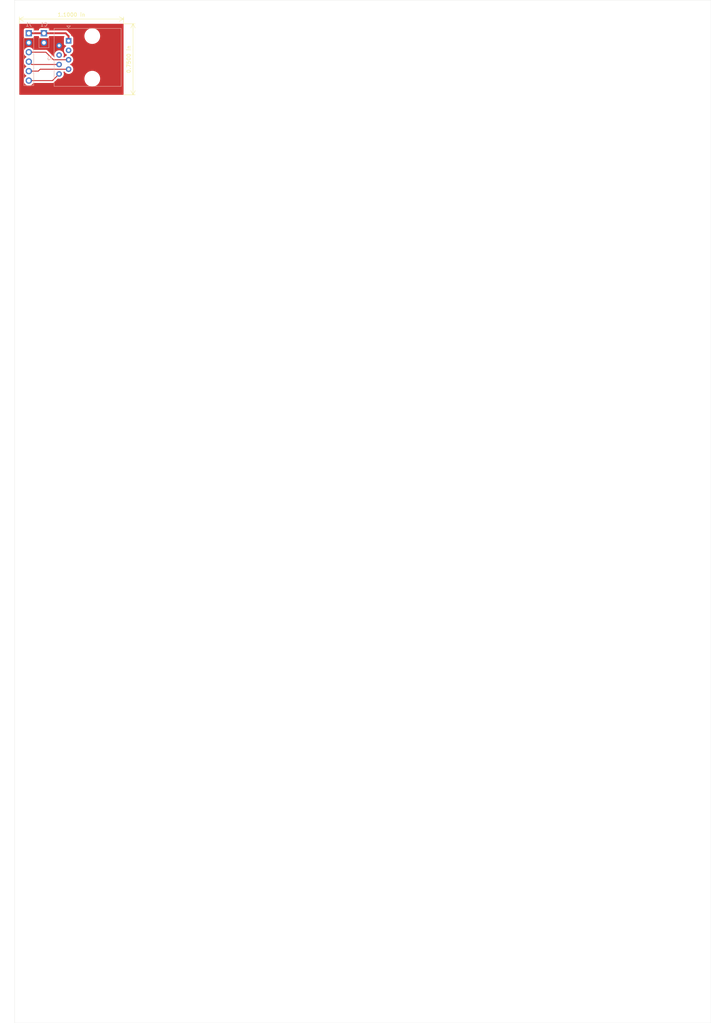
<source format=kicad_pcb>
(kicad_pcb (version 20171130) (host pcbnew 5.1.5+dfsg1-2build2)

  (general
    (thickness 1.6)
    (drawings 6)
    (tracks 18)
    (zones 0)
    (modules 3)
    (nets 9)
  )

  (page A4 portrait)
  (layers
    (0 F.Cu signal)
    (31 B.Cu signal)
    (32 B.Adhes user)
    (33 F.Adhes user)
    (34 B.Paste user)
    (35 F.Paste user)
    (36 B.SilkS user)
    (37 F.SilkS user)
    (38 B.Mask user)
    (39 F.Mask user)
    (40 Dwgs.User user)
    (41 Cmts.User user)
    (42 Eco1.User user)
    (43 Eco2.User user)
    (44 Edge.Cuts user)
    (45 Margin user)
    (46 B.CrtYd user)
    (47 F.CrtYd user)
    (48 B.Fab user)
    (49 F.Fab user)
  )

  (setup
    (last_trace_width 0.25)
    (user_trace_width 0.5)
    (user_trace_width 1)
    (trace_clearance 0.2)
    (zone_clearance 0.508)
    (zone_45_only no)
    (trace_min 0.2)
    (via_size 0.8)
    (via_drill 0.4)
    (via_min_size 0.4)
    (via_min_drill 0.3)
    (uvia_size 0.3)
    (uvia_drill 0.1)
    (uvias_allowed no)
    (uvia_min_size 0.2)
    (uvia_min_drill 0.1)
    (edge_width 0.05)
    (segment_width 0.2)
    (pcb_text_width 0.3)
    (pcb_text_size 1.5 1.5)
    (mod_edge_width 0.12)
    (mod_text_size 1 1)
    (mod_text_width 0.15)
    (pad_size 1.524 1.524)
    (pad_drill 0.762)
    (pad_to_mask_clearance 0.051)
    (solder_mask_min_width 0.25)
    (aux_axis_origin 0 0)
    (visible_elements FFFFFF7F)
    (pcbplotparams
      (layerselection 0x010fc_ffffffff)
      (usegerberextensions false)
      (usegerberattributes false)
      (usegerberadvancedattributes false)
      (creategerberjobfile false)
      (excludeedgelayer true)
      (linewidth 0.100000)
      (plotframeref false)
      (viasonmask false)
      (mode 1)
      (useauxorigin false)
      (hpglpennumber 1)
      (hpglpenspeed 20)
      (hpglpendiameter 15.000000)
      (psnegative false)
      (psa4output false)
      (plotreference true)
      (plotvalue true)
      (plotinvisibletext false)
      (padsonsilk false)
      (subtractmaskfromsilk false)
      (outputformat 1)
      (mirror false)
      (drillshape 1)
      (scaleselection 1)
      (outputdirectory ""))
  )

  (net 0 "")
  (net 1 "Net-(J1-Pad6)")
  (net 2 "Net-(J1-Pad5)")
  (net 3 "Net-(J1-Pad4)")
  (net 4 "Net-(J1-Pad3)")
  (net 5 "Net-(C1-Pad2)")
  (net 6 "Net-(C1-Pad1)")
  (net 7 "Net-(J2-Pad4)")
  (net 8 "Net-(J2-Pad3)")

  (net_class Default "To jest domyślna klasa połączeń."
    (clearance 0.2)
    (trace_width 0.25)
    (via_dia 0.8)
    (via_drill 0.4)
    (uvia_dia 0.3)
    (uvia_drill 0.1)
    (add_net "Net-(C1-Pad1)")
    (add_net "Net-(C1-Pad2)")
    (add_net "Net-(J1-Pad3)")
    (add_net "Net-(J1-Pad4)")
    (add_net "Net-(J1-Pad5)")
    (add_net "Net-(J1-Pad6)")
    (add_net "Net-(J2-Pad3)")
    (add_net "Net-(J2-Pad4)")
  )

  (module Connector_PinHeader_2.54mm:PinHeader_1x02_P2.54mm_Vertical (layer B.Cu) (tedit 59FED5CC) (tstamp 627FB748)
    (at 19.304 20.32 180)
    (descr "Through hole straight pin header, 1x02, 2.54mm pitch, single row")
    (tags "Through hole pin header THT 1x02 2.54mm single row")
    (path /627FB761)
    (fp_text reference C1 (at 0 2.33) (layer B.SilkS)
      (effects (font (size 1 1) (thickness 0.15)) (justify mirror))
    )
    (fp_text value C (at 0 -4.87) (layer B.Fab)
      (effects (font (size 1 1) (thickness 0.15)) (justify mirror))
    )
    (fp_text user %R (at 0 -1.27 270) (layer B.Fab)
      (effects (font (size 1 1) (thickness 0.15)) (justify mirror))
    )
    (fp_line (start 1.8 1.8) (end -1.8 1.8) (layer B.CrtYd) (width 0.05))
    (fp_line (start 1.8 -4.35) (end 1.8 1.8) (layer B.CrtYd) (width 0.05))
    (fp_line (start -1.8 -4.35) (end 1.8 -4.35) (layer B.CrtYd) (width 0.05))
    (fp_line (start -1.8 1.8) (end -1.8 -4.35) (layer B.CrtYd) (width 0.05))
    (fp_line (start -1.33 1.33) (end 0 1.33) (layer B.SilkS) (width 0.12))
    (fp_line (start -1.33 0) (end -1.33 1.33) (layer B.SilkS) (width 0.12))
    (fp_line (start -1.33 -1.27) (end 1.33 -1.27) (layer B.SilkS) (width 0.12))
    (fp_line (start 1.33 -1.27) (end 1.33 -3.87) (layer B.SilkS) (width 0.12))
    (fp_line (start -1.33 -1.27) (end -1.33 -3.87) (layer B.SilkS) (width 0.12))
    (fp_line (start -1.33 -3.87) (end 1.33 -3.87) (layer B.SilkS) (width 0.12))
    (fp_line (start -1.27 0.635) (end -0.635 1.27) (layer B.Fab) (width 0.1))
    (fp_line (start -1.27 -3.81) (end -1.27 0.635) (layer B.Fab) (width 0.1))
    (fp_line (start 1.27 -3.81) (end -1.27 -3.81) (layer B.Fab) (width 0.1))
    (fp_line (start 1.27 1.27) (end 1.27 -3.81) (layer B.Fab) (width 0.1))
    (fp_line (start -0.635 1.27) (end 1.27 1.27) (layer B.Fab) (width 0.1))
    (pad 2 thru_hole oval (at 0 -2.54 180) (size 1.7 1.7) (drill 1) (layers *.Cu *.Mask)
      (net 5 "Net-(C1-Pad2)"))
    (pad 1 thru_hole rect (at 0 0 180) (size 1.7 1.7) (drill 1) (layers *.Cu *.Mask)
      (net 6 "Net-(C1-Pad1)"))
    (model ${KISYS3DMOD}/Connector_PinHeader_2.54mm.3dshapes/PinHeader_1x02_P2.54mm_Vertical.wrl
      (at (xyz 0 0 0))
      (scale (xyz 1 1 1))
      (rotate (xyz 0 0 0))
    )
  )

  (module Connector_RJ:RJ45_Amphenol_54602-x08_Horizontal (layer B.Cu) (tedit 5B103613) (tstamp 627DD108)
    (at 25.908 22.352 270)
    (descr "8 Pol Shallow Latch Connector, Modjack, RJ45 (https://cdn.amphenol-icc.com/media/wysiwyg/files/drawing/c-bmj-0102.pdf)")
    (tags RJ45)
    (path /62A92177)
    (fp_text reference J2 (at 4.445 5 270) (layer B.SilkS)
      (effects (font (size 1 1) (thickness 0.15)) (justify mirror))
    )
    (fp_text value RJ45 (at 4.445 -4 270) (layer B.Fab)
      (effects (font (size 1 1) (thickness 0.15)) (justify mirror))
    )
    (fp_line (start 12.6 -14.47) (end -3.71 -14.47) (layer B.CrtYd) (width 0.05))
    (fp_line (start 12.6 -14.47) (end 12.6 4.27) (layer B.CrtYd) (width 0.05))
    (fp_line (start -3.71 4.27) (end -3.71 -14.47) (layer B.CrtYd) (width 0.05))
    (fp_line (start -3.71 4.27) (end 12.6 4.27) (layer B.CrtYd) (width 0.05))
    (fp_line (start -3.315 3.88) (end -3.315 -14.08) (layer B.SilkS) (width 0.12))
    (fp_line (start 12.205 3.88) (end -3.315 3.88) (layer B.SilkS) (width 0.12))
    (fp_line (start 12.205 3.88) (end 12.205 -14.08) (layer B.SilkS) (width 0.12))
    (fp_line (start -3.315 -14.08) (end 12.205 -14.08) (layer B.SilkS) (width 0.12))
    (fp_line (start -3.205 2.77) (end -2.205 3.77) (layer B.Fab) (width 0.12))
    (fp_line (start -2.205 3.77) (end 12.095 3.77) (layer B.Fab) (width 0.12))
    (fp_line (start 12.095 3.77) (end 12.095 -13.97) (layer B.Fab) (width 0.12))
    (fp_line (start 12.095 -13.97) (end -3.205 -13.97) (layer B.Fab) (width 0.12))
    (fp_line (start -3.205 -13.97) (end -3.205 2.77) (layer B.Fab) (width 0.12))
    (fp_line (start -3.5 0) (end -4 0.5) (layer B.SilkS) (width 0.12))
    (fp_line (start -4 0.5) (end -4 -0.5) (layer B.SilkS) (width 0.12))
    (fp_line (start -4 -0.5) (end -3.5 0) (layer B.SilkS) (width 0.12))
    (fp_text user %R (at 4.445 -2 270) (layer B.Fab)
      (effects (font (size 1 1) (thickness 0.15)) (justify mirror))
    )
    (pad 8 thru_hole circle (at 8.89 2.54 270) (size 1.5 1.5) (drill 0.76) (layers *.Cu *.Mask)
      (net 1 "Net-(J1-Pad6)"))
    (pad 7 thru_hole circle (at 7.62 0 270) (size 1.5 1.5) (drill 0.76) (layers *.Cu *.Mask)
      (net 2 "Net-(J1-Pad5)"))
    (pad 6 thru_hole circle (at 6.35 2.54 270) (size 1.5 1.5) (drill 0.76) (layers *.Cu *.Mask)
      (net 3 "Net-(J1-Pad4)"))
    (pad 5 thru_hole circle (at 5.08 0 270) (size 1.5 1.5) (drill 0.76) (layers *.Cu *.Mask)
      (net 4 "Net-(J1-Pad3)"))
    (pad 4 thru_hole circle (at 3.81 2.54 270) (size 1.5 1.5) (drill 0.76) (layers *.Cu *.Mask)
      (net 7 "Net-(J2-Pad4)"))
    (pad 3 thru_hole circle (at 2.54 0 270) (size 1.5 1.5) (drill 0.76) (layers *.Cu *.Mask)
      (net 8 "Net-(J2-Pad3)"))
    (pad 2 thru_hole circle (at 1.27 2.54 270) (size 1.5 1.5) (drill 0.76) (layers *.Cu *.Mask)
      (net 5 "Net-(C1-Pad2)"))
    (pad 1 thru_hole rect (at 0 0 270) (size 1.5 1.5) (drill 0.76) (layers *.Cu *.Mask)
      (net 6 "Net-(C1-Pad1)"))
    (pad "" np_thru_hole circle (at -1.27 -6.35 270) (size 3.2 3.2) (drill 3.2) (layers *.Cu *.Mask))
    (pad "" np_thru_hole circle (at 10.16 -6.35 270) (size 3.2 3.2) (drill 3.2) (layers *.Cu *.Mask))
    (model ${KISYS3DMOD}/Connector_RJ.3dshapes/RJ45_Amphenol_54602-x08_Horizontal.wrl
      (at (xyz 0 0 0))
      (scale (xyz 1 1 1))
      (rotate (xyz 0 0 0))
    )
  )

  (module Connector_PinHeader_2.54mm:PinHeader_1x06_P2.54mm_Vertical (layer B.Cu) (tedit 59FED5CC) (tstamp 627DD0E9)
    (at 15.24 20.32 180)
    (descr "Through hole straight pin header, 1x06, 2.54mm pitch, single row")
    (tags "Through hole pin header THT 1x06 2.54mm single row")
    (path /62A94AE0)
    (fp_text reference J1 (at 0 2.33) (layer B.SilkS)
      (effects (font (size 1 1) (thickness 0.15)) (justify mirror))
    )
    (fp_text value Conn_01x06_Female (at 0 -15.03) (layer B.Fab)
      (effects (font (size 1 1) (thickness 0.15)) (justify mirror))
    )
    (fp_text user %R (at 0 -6.35 270) (layer B.Fab)
      (effects (font (size 1 1) (thickness 0.15)) (justify mirror))
    )
    (fp_line (start 1.8 1.8) (end -1.8 1.8) (layer B.CrtYd) (width 0.05))
    (fp_line (start 1.8 -14.5) (end 1.8 1.8) (layer B.CrtYd) (width 0.05))
    (fp_line (start -1.8 -14.5) (end 1.8 -14.5) (layer B.CrtYd) (width 0.05))
    (fp_line (start -1.8 1.8) (end -1.8 -14.5) (layer B.CrtYd) (width 0.05))
    (fp_line (start -1.33 1.33) (end 0 1.33) (layer B.SilkS) (width 0.12))
    (fp_line (start -1.33 0) (end -1.33 1.33) (layer B.SilkS) (width 0.12))
    (fp_line (start -1.33 -1.27) (end 1.33 -1.27) (layer B.SilkS) (width 0.12))
    (fp_line (start 1.33 -1.27) (end 1.33 -14.03) (layer B.SilkS) (width 0.12))
    (fp_line (start -1.33 -1.27) (end -1.33 -14.03) (layer B.SilkS) (width 0.12))
    (fp_line (start -1.33 -14.03) (end 1.33 -14.03) (layer B.SilkS) (width 0.12))
    (fp_line (start -1.27 0.635) (end -0.635 1.27) (layer B.Fab) (width 0.1))
    (fp_line (start -1.27 -13.97) (end -1.27 0.635) (layer B.Fab) (width 0.1))
    (fp_line (start 1.27 -13.97) (end -1.27 -13.97) (layer B.Fab) (width 0.1))
    (fp_line (start 1.27 1.27) (end 1.27 -13.97) (layer B.Fab) (width 0.1))
    (fp_line (start -0.635 1.27) (end 1.27 1.27) (layer B.Fab) (width 0.1))
    (pad 6 thru_hole oval (at 0 -12.7 180) (size 1.7 1.7) (drill 1) (layers *.Cu *.Mask)
      (net 1 "Net-(J1-Pad6)"))
    (pad 5 thru_hole oval (at 0 -10.16 180) (size 1.7 1.7) (drill 1) (layers *.Cu *.Mask)
      (net 2 "Net-(J1-Pad5)"))
    (pad 4 thru_hole oval (at 0 -7.62 180) (size 1.7 1.7) (drill 1) (layers *.Cu *.Mask)
      (net 3 "Net-(J1-Pad4)"))
    (pad 3 thru_hole oval (at 0 -5.08 180) (size 1.7 1.7) (drill 1) (layers *.Cu *.Mask)
      (net 4 "Net-(J1-Pad3)"))
    (pad 2 thru_hole oval (at 0 -2.54 180) (size 1.7 1.7) (drill 1) (layers *.Cu *.Mask)
      (net 5 "Net-(C1-Pad2)"))
    (pad 1 thru_hole rect (at 0 0 180) (size 1.7 1.7) (drill 1) (layers *.Cu *.Mask)
      (net 6 "Net-(C1-Pad1)"))
    (model ${KISYS3DMOD}/Connector_PinHeader_2.54mm.3dshapes/PinHeader_1x06_P2.54mm_Vertical.wrl
      (at (xyz 0 0 0))
      (scale (xyz 1 1 1))
      (rotate (xyz 0 0 0))
    )
  )

  (dimension 19.05 (width 0.12) (layer F.SilkS)
    (gr_text "19,050 mm" (at 44.45 27.305 270) (layer F.SilkS)
      (effects (font (size 1 1) (thickness 0.15)))
    )
    (feature1 (pts (xy 40.64 36.83) (xy 43.766421 36.83)))
    (feature2 (pts (xy 40.64 17.78) (xy 43.766421 17.78)))
    (crossbar (pts (xy 43.18 17.78) (xy 43.18 36.83)))
    (arrow1a (pts (xy 43.18 36.83) (xy 42.593579 35.703496)))
    (arrow1b (pts (xy 43.18 36.83) (xy 43.766421 35.703496)))
    (arrow2a (pts (xy 43.18 17.78) (xy 42.593579 18.906504)))
    (arrow2b (pts (xy 43.18 17.78) (xy 43.766421 18.906504)))
  )
  (dimension 27.94 (width 0.12) (layer F.SilkS)
    (gr_text "27,940 mm" (at 26.67 15.24) (layer F.SilkS)
      (effects (font (size 1 1) (thickness 0.15)))
    )
    (feature1 (pts (xy 40.64 17.78) (xy 40.64 15.923579)))
    (feature2 (pts (xy 12.7 17.78) (xy 12.7 15.923579)))
    (crossbar (pts (xy 12.7 16.51) (xy 40.64 16.51)))
    (arrow1a (pts (xy 40.64 16.51) (xy 39.513496 17.096421)))
    (arrow1b (pts (xy 40.64 16.51) (xy 39.513496 15.923579)))
    (arrow2a (pts (xy 12.7 16.51) (xy 13.826504 17.096421)))
    (arrow2b (pts (xy 12.7 16.51) (xy 13.826504 15.923579)))
  )
  (gr_line (start 11.43 285.75) (end 11.43 11.43) (layer Edge.Cuts) (width 0.05) (tstamp 627FB7D8))
  (gr_line (start 198.12 285.75) (end 11.43 285.75) (layer Edge.Cuts) (width 0.05))
  (gr_line (start 198.12 11.43) (end 198.12 285.75) (layer Edge.Cuts) (width 0.05))
  (gr_line (start 11.43 11.43) (end 198.12 11.43) (layer Edge.Cuts) (width 0.05))

  (segment (start 21.59 33.02) (end 23.368 31.242) (width 0.25) (layer F.Cu) (net 1))
  (segment (start 15.24 33.02) (end 21.59 33.02) (width 0.25) (layer F.Cu) (net 1))
  (segment (start 15.748 29.972) (end 15.24 30.48) (width 0.25) (layer F.Cu) (net 2))
  (segment (start 17.78 30.48) (end 15.24 30.48) (width 0.25) (layer F.Cu) (net 2))
  (segment (start 18.288 29.972) (end 17.78 30.48) (width 0.25) (layer F.Cu) (net 2))
  (segment (start 25.908 29.972) (end 18.288 29.972) (width 0.25) (layer F.Cu) (net 2))
  (segment (start 16.002 28.702) (end 23.368 28.702) (width 0.25) (layer F.Cu) (net 3))
  (segment (start 15.24 27.94) (end 16.002 28.702) (width 0.25) (layer F.Cu) (net 3))
  (segment (start 21.844 27.432) (end 25.908 27.432) (width 0.25) (layer F.Cu) (net 4))
  (segment (start 19.812 25.4) (end 21.844 27.432) (width 0.25) (layer F.Cu) (net 4))
  (segment (start 15.24 25.4) (end 19.812 25.4) (width 0.25) (layer F.Cu) (net 4))
  (segment (start 15.24 22.86) (end 19.304 22.86) (width 0.5) (layer F.Cu) (net 5))
  (segment (start 22.606 22.86) (end 23.368 23.622) (width 0.5) (layer F.Cu) (net 5))
  (segment (start 19.304 22.86) (end 22.606 22.86) (width 0.5) (layer F.Cu) (net 5))
  (segment (start 15.24 20.32) (end 19.304 20.32) (width 0.5) (layer F.Cu) (net 6))
  (segment (start 25.908 21.102) (end 25.908 22.352) (width 0.5) (layer F.Cu) (net 6))
  (segment (start 25.126 20.32) (end 25.908 21.102) (width 0.5) (layer F.Cu) (net 6))
  (segment (start 19.304 20.32) (end 25.126 20.32) (width 0.5) (layer F.Cu) (net 6))

  (zone (net 5) (net_name "Net-(C1-Pad2)") (layer F.Cu) (tstamp 0) (hatch edge 0.508)
    (connect_pads yes (clearance 0.508))
    (min_thickness 0.254)
    (fill yes (arc_segments 32) (thermal_gap 0.508) (thermal_bridge_width 0.508))
    (polygon
      (pts
        (xy 40.64 36.83) (xy 12.7 36.83) (xy 12.7 17.78) (xy 40.64 17.78)
      )
    )
    (filled_polygon
      (pts
        (xy 40.513 36.703) (xy 12.827 36.703) (xy 12.827 19.47) (xy 13.751928 19.47) (xy 13.751928 21.17)
        (xy 13.764188 21.294482) (xy 13.800498 21.41418) (xy 13.859463 21.524494) (xy 13.938815 21.621185) (xy 14.035506 21.700537)
        (xy 14.14582 21.759502) (xy 14.265518 21.795812) (xy 14.39 21.808072) (xy 16.09 21.808072) (xy 16.214482 21.795812)
        (xy 16.33418 21.759502) (xy 16.444494 21.700537) (xy 16.541185 21.621185) (xy 16.620537 21.524494) (xy 16.679502 21.41418)
        (xy 16.715812 21.294482) (xy 16.724625 21.205) (xy 17.819375 21.205) (xy 17.828188 21.294482) (xy 17.864498 21.41418)
        (xy 17.923463 21.524494) (xy 18.002815 21.621185) (xy 18.099506 21.700537) (xy 18.20982 21.759502) (xy 18.329518 21.795812)
        (xy 18.454 21.808072) (xy 20.154 21.808072) (xy 20.278482 21.795812) (xy 20.39818 21.759502) (xy 20.508494 21.700537)
        (xy 20.605185 21.621185) (xy 20.684537 21.524494) (xy 20.743502 21.41418) (xy 20.779812 21.294482) (xy 20.788625 21.205)
        (xy 24.662347 21.205) (xy 24.627463 21.247506) (xy 24.568498 21.35782) (xy 24.532188 21.477518) (xy 24.519928 21.602)
        (xy 24.519928 23.102) (xy 24.532188 23.226482) (xy 24.568498 23.34618) (xy 24.627463 23.456494) (xy 24.706815 23.553185)
        (xy 24.803506 23.632537) (xy 24.91382 23.691502) (xy 25.033518 23.727812) (xy 25.141483 23.738445) (xy 25.025114 23.816201)
        (xy 24.832201 24.009114) (xy 24.680629 24.235957) (xy 24.576225 24.488011) (xy 24.523 24.755589) (xy 24.523 25.028411)
        (xy 24.576225 25.295989) (xy 24.680629 25.548043) (xy 24.832201 25.774886) (xy 25.025114 25.967799) (xy 25.251957 26.119371)
        (xy 25.354873 26.162) (xy 25.251957 26.204629) (xy 25.025114 26.356201) (xy 24.832201 26.549114) (xy 24.750091 26.672)
        (xy 24.655864 26.672) (xy 24.699775 26.565989) (xy 24.753 26.298411) (xy 24.753 26.025589) (xy 24.699775 25.758011)
        (xy 24.595371 25.505957) (xy 24.443799 25.279114) (xy 24.250886 25.086201) (xy 24.024043 24.934629) (xy 23.771989 24.830225)
        (xy 23.504411 24.777) (xy 23.231589 24.777) (xy 22.964011 24.830225) (xy 22.711957 24.934629) (xy 22.485114 25.086201)
        (xy 22.292201 25.279114) (xy 22.140629 25.505957) (xy 22.036225 25.758011) (xy 21.983 26.025589) (xy 21.983 26.298411)
        (xy 22.032112 26.54531) (xy 20.375804 24.889003) (xy 20.352001 24.859999) (xy 20.236276 24.765026) (xy 20.104247 24.694454)
        (xy 19.960986 24.650997) (xy 19.849333 24.64) (xy 19.849322 24.64) (xy 19.812 24.636324) (xy 19.774678 24.64)
        (xy 16.518178 24.64) (xy 16.393475 24.453368) (xy 16.186632 24.246525) (xy 15.943411 24.08401) (xy 15.673158 23.972068)
        (xy 15.38626 23.915) (xy 15.09374 23.915) (xy 14.806842 23.972068) (xy 14.536589 24.08401) (xy 14.293368 24.246525)
        (xy 14.086525 24.453368) (xy 13.92401 24.696589) (xy 13.812068 24.966842) (xy 13.755 25.25374) (xy 13.755 25.54626)
        (xy 13.812068 25.833158) (xy 13.92401 26.103411) (xy 14.086525 26.346632) (xy 14.293368 26.553475) (xy 14.46776 26.67)
        (xy 14.293368 26.786525) (xy 14.086525 26.993368) (xy 13.92401 27.236589) (xy 13.812068 27.506842) (xy 13.755 27.79374)
        (xy 13.755 28.08626) (xy 13.812068 28.373158) (xy 13.92401 28.643411) (xy 14.086525 28.886632) (xy 14.293368 29.093475)
        (xy 14.46776 29.21) (xy 14.293368 29.326525) (xy 14.086525 29.533368) (xy 13.92401 29.776589) (xy 13.812068 30.046842)
        (xy 13.755 30.33374) (xy 13.755 30.62626) (xy 13.812068 30.913158) (xy 13.92401 31.183411) (xy 14.086525 31.426632)
        (xy 14.293368 31.633475) (xy 14.46776 31.75) (xy 14.293368 31.866525) (xy 14.086525 32.073368) (xy 13.92401 32.316589)
        (xy 13.812068 32.586842) (xy 13.755 32.87374) (xy 13.755 33.16626) (xy 13.812068 33.453158) (xy 13.92401 33.723411)
        (xy 14.086525 33.966632) (xy 14.293368 34.173475) (xy 14.536589 34.33599) (xy 14.806842 34.447932) (xy 15.09374 34.505)
        (xy 15.38626 34.505) (xy 15.673158 34.447932) (xy 15.943411 34.33599) (xy 16.186632 34.173475) (xy 16.393475 33.966632)
        (xy 16.518178 33.78) (xy 21.552678 33.78) (xy 21.59 33.783676) (xy 21.627322 33.78) (xy 21.627333 33.78)
        (xy 21.738986 33.769003) (xy 21.882247 33.725546) (xy 22.014276 33.654974) (xy 22.130001 33.560001) (xy 22.153804 33.530997)
        (xy 23.086635 32.598167) (xy 23.231589 32.627) (xy 23.504411 32.627) (xy 23.771989 32.573775) (xy 24.024043 32.469371)
        (xy 24.250886 32.317799) (xy 24.276813 32.291872) (xy 30.023 32.291872) (xy 30.023 32.732128) (xy 30.10889 33.163925)
        (xy 30.277369 33.570669) (xy 30.521962 33.936729) (xy 30.833271 34.248038) (xy 31.199331 34.492631) (xy 31.606075 34.66111)
        (xy 32.037872 34.747) (xy 32.478128 34.747) (xy 32.909925 34.66111) (xy 33.316669 34.492631) (xy 33.682729 34.248038)
        (xy 33.994038 33.936729) (xy 34.238631 33.570669) (xy 34.40711 33.163925) (xy 34.493 32.732128) (xy 34.493 32.291872)
        (xy 34.40711 31.860075) (xy 34.238631 31.453331) (xy 33.994038 31.087271) (xy 33.682729 30.775962) (xy 33.316669 30.531369)
        (xy 32.909925 30.36289) (xy 32.478128 30.277) (xy 32.037872 30.277) (xy 31.606075 30.36289) (xy 31.199331 30.531369)
        (xy 30.833271 30.775962) (xy 30.521962 31.087271) (xy 30.277369 31.453331) (xy 30.10889 31.860075) (xy 30.023 32.291872)
        (xy 24.276813 32.291872) (xy 24.443799 32.124886) (xy 24.595371 31.898043) (xy 24.699775 31.645989) (xy 24.753 31.378411)
        (xy 24.753 31.105589) (xy 24.699775 30.838011) (xy 24.655864 30.732) (xy 24.750091 30.732) (xy 24.832201 30.854886)
        (xy 25.025114 31.047799) (xy 25.251957 31.199371) (xy 25.504011 31.303775) (xy 25.771589 31.357) (xy 26.044411 31.357)
        (xy 26.311989 31.303775) (xy 26.564043 31.199371) (xy 26.790886 31.047799) (xy 26.983799 30.854886) (xy 27.135371 30.628043)
        (xy 27.239775 30.375989) (xy 27.293 30.108411) (xy 27.293 29.835589) (xy 27.239775 29.568011) (xy 27.135371 29.315957)
        (xy 26.983799 29.089114) (xy 26.790886 28.896201) (xy 26.564043 28.744629) (xy 26.461127 28.702) (xy 26.564043 28.659371)
        (xy 26.790886 28.507799) (xy 26.983799 28.314886) (xy 27.135371 28.088043) (xy 27.239775 27.835989) (xy 27.293 27.568411)
        (xy 27.293 27.295589) (xy 27.239775 27.028011) (xy 27.135371 26.775957) (xy 26.983799 26.549114) (xy 26.790886 26.356201)
        (xy 26.564043 26.204629) (xy 26.461127 26.162) (xy 26.564043 26.119371) (xy 26.790886 25.967799) (xy 26.983799 25.774886)
        (xy 27.135371 25.548043) (xy 27.239775 25.295989) (xy 27.293 25.028411) (xy 27.293 24.755589) (xy 27.239775 24.488011)
        (xy 27.135371 24.235957) (xy 26.983799 24.009114) (xy 26.790886 23.816201) (xy 26.674517 23.738445) (xy 26.782482 23.727812)
        (xy 26.90218 23.691502) (xy 27.012494 23.632537) (xy 27.109185 23.553185) (xy 27.188537 23.456494) (xy 27.247502 23.34618)
        (xy 27.283812 23.226482) (xy 27.296072 23.102) (xy 27.296072 21.602) (xy 27.283812 21.477518) (xy 27.247502 21.35782)
        (xy 27.188537 21.247506) (xy 27.109185 21.150815) (xy 27.012494 21.071463) (xy 26.90218 21.012498) (xy 26.784965 20.976941)
        (xy 26.780195 20.92851) (xy 26.759981 20.861872) (xy 30.023 20.861872) (xy 30.023 21.302128) (xy 30.10889 21.733925)
        (xy 30.277369 22.140669) (xy 30.521962 22.506729) (xy 30.833271 22.818038) (xy 31.199331 23.062631) (xy 31.606075 23.23111)
        (xy 32.037872 23.317) (xy 32.478128 23.317) (xy 32.909925 23.23111) (xy 33.316669 23.062631) (xy 33.682729 22.818038)
        (xy 33.994038 22.506729) (xy 34.238631 22.140669) (xy 34.40711 21.733925) (xy 34.493 21.302128) (xy 34.493 20.861872)
        (xy 34.40711 20.430075) (xy 34.238631 20.023331) (xy 33.994038 19.657271) (xy 33.682729 19.345962) (xy 33.316669 19.101369)
        (xy 32.909925 18.93289) (xy 32.478128 18.847) (xy 32.037872 18.847) (xy 31.606075 18.93289) (xy 31.199331 19.101369)
        (xy 30.833271 19.345962) (xy 30.521962 19.657271) (xy 30.277369 20.023331) (xy 30.10889 20.430075) (xy 30.023 20.861872)
        (xy 26.759981 20.861872) (xy 26.729589 20.761687) (xy 26.647411 20.607941) (xy 26.536817 20.473183) (xy 26.50305 20.445471)
        (xy 25.782534 19.724956) (xy 25.754817 19.691183) (xy 25.620059 19.580589) (xy 25.466313 19.498411) (xy 25.29949 19.447805)
        (xy 25.169477 19.435) (xy 25.169469 19.435) (xy 25.126 19.430719) (xy 25.082531 19.435) (xy 20.788625 19.435)
        (xy 20.779812 19.345518) (xy 20.743502 19.22582) (xy 20.684537 19.115506) (xy 20.605185 19.018815) (xy 20.508494 18.939463)
        (xy 20.39818 18.880498) (xy 20.278482 18.844188) (xy 20.154 18.831928) (xy 18.454 18.831928) (xy 18.329518 18.844188)
        (xy 18.20982 18.880498) (xy 18.099506 18.939463) (xy 18.002815 19.018815) (xy 17.923463 19.115506) (xy 17.864498 19.22582)
        (xy 17.828188 19.345518) (xy 17.819375 19.435) (xy 16.724625 19.435) (xy 16.715812 19.345518) (xy 16.679502 19.22582)
        (xy 16.620537 19.115506) (xy 16.541185 19.018815) (xy 16.444494 18.939463) (xy 16.33418 18.880498) (xy 16.214482 18.844188)
        (xy 16.09 18.831928) (xy 14.39 18.831928) (xy 14.265518 18.844188) (xy 14.14582 18.880498) (xy 14.035506 18.939463)
        (xy 13.938815 19.018815) (xy 13.859463 19.115506) (xy 13.800498 19.22582) (xy 13.764188 19.345518) (xy 13.751928 19.47)
        (xy 12.827 19.47) (xy 12.827 17.907) (xy 40.513 17.907)
      )
    )
  )
)

</source>
